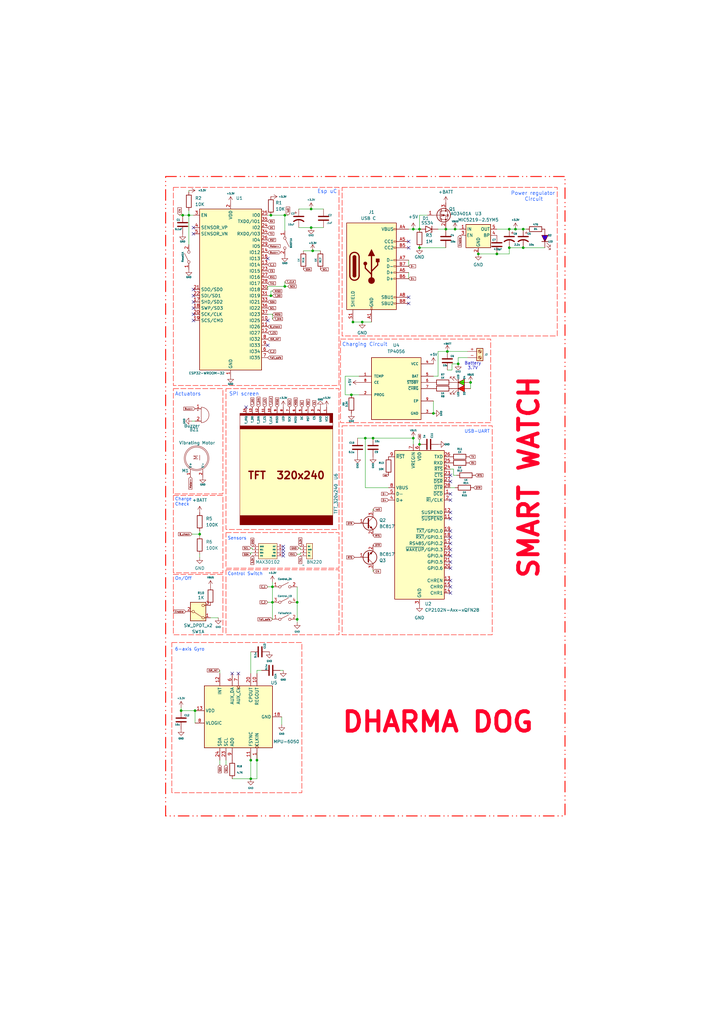
<source format=kicad_sch>
(kicad_sch (version 20230121) (generator eeschema)
  (paper "A3" portrait)
  (junction (at 105.41 311.785))
  (junction (at 102.87 319.405))
  (junction (at 77.47 88.265))
  (junction (at 196.215 104.14))
  (junction (at 211.455 93.98))
  (junction (at 172.085 101.6))
  (junction (at 208.915 93.98))
  (junction (at 111.76 247.015))
  (junction (at 182.88 93.98))
  (junction (at 111.125 88.265))
  (junction (at 172.085 93.98))
  (junction (at 183.515 144.145))
  (junction (at 144.145 161.925))
  (junction (at 186.69 93.98))
  (junction (at 127.635 85.725))
  (junction (at 74.295 291.465))
  (junction (at 172.085 182.245))
  (junction (at 144.78 132.08))
  (junction (at 81.915 219.075))
  (junction (at 169.545 93.98))
  (junction (at 127.635 93.345))
  (junction (at 203.835 104.14))
  (junction (at 74.93 88.265))
  (junction (at 149.86 179.705))
  (junction (at 214.63 101.6))
  (junction (at 148.59 132.08))
  (junction (at 187.96 149.225))
  (junction (at 116.84 88.265))
  (junction (at 177.8 169.545))
  (junction (at 214.63 93.98))
  (junction (at 80.01 291.465))
  (junction (at 128.27 102.87))
  (junction (at 153.035 179.705))
  (junction (at 116.84 117.475))
  (junction (at 121.92 254))
  (junction (at 102.87 311.785))
  (junction (at 111.76 240.665))
  (junction (at 208.915 101.6))
  (junction (at 111.125 121.285))
  (junction (at 169.545 179.705))
  (junction (at 193.04 156.845))
  (junction (at 121.92 247.015))
  (no_connect (at 167.64 121.92))
  (no_connect (at 184.785 227.965))
  (no_connect (at 167.64 101.6))
  (no_connect (at 184.785 194.945))
  (no_connect (at 109.855 106.045))
  (no_connect (at 184.785 202.565))
  (no_connect (at 184.785 217.805))
  (no_connect (at 184.785 210.185))
  (no_connect (at 184.785 243.205))
  (no_connect (at 116.205 225.425))
  (no_connect (at 184.785 238.125))
  (no_connect (at 116.205 224.155))
  (no_connect (at 79.375 128.905))
  (no_connect (at 184.785 220.345))
  (no_connect (at 109.855 141.605))
  (no_connect (at 95.25 276.225))
  (no_connect (at 79.375 131.445))
  (no_connect (at 184.785 225.425))
  (no_connect (at 184.785 205.105))
  (no_connect (at 116.205 226.695))
  (no_connect (at 116.205 227.965))
  (no_connect (at 167.64 99.06))
  (no_connect (at 79.375 93.345))
  (no_connect (at 79.375 123.825))
  (no_connect (at 184.785 233.045))
  (no_connect (at 97.79 276.225))
  (no_connect (at 79.375 121.285))
  (no_connect (at 167.64 124.46))
  (no_connect (at 109.855 131.445))
  (no_connect (at 79.375 126.365))
  (no_connect (at 79.375 118.745))
  (no_connect (at 184.785 240.665))
  (no_connect (at 184.785 222.885))
  (no_connect (at 184.785 230.505))
  (no_connect (at 100.965 167.005))
  (no_connect (at 79.375 95.885))
  (no_connect (at 184.785 197.485))
  (no_connect (at 184.785 212.725))
  (wire (pts (xy 109.855 247.015) (xy 111.76 247.015)))
  (wire (pts (xy 78.74 219.075) (xy 81.915 219.075)))
  (wire (pts (xy 116.84 115.57) (xy 116.84 117.475)))
  (wire (pts (xy 153.035 234.315) (xy 153.035 233.68)))
  (wire (pts (xy 111.125 88.265) (xy 116.84 88.265)))
  (wire (pts (xy 105.41 311.785) (xy 105.41 319.405)))
  (wire (pts (xy 167.64 93.98) (xy 169.545 93.98)))
  (wire (pts (xy 105.41 274.955) (xy 107.315 274.955)))
  (wire (pts (xy 183.515 144.145) (xy 191.77 144.145)))
  (wire (pts (xy 172.085 180.34) (xy 172.085 182.245)))
  (wire (pts (xy 191.77 146.685) (xy 187.96 146.685)))
  (wire (pts (xy 105.41 276.225) (xy 105.41 274.955)))
  (wire (pts (xy 214.63 93.98) (xy 215.9 93.98)))
  (wire (pts (xy 105.41 308.61) (xy 105.41 311.785)))
  (wire (pts (xy 109.855 88.265) (xy 111.125 88.265)))
  (wire (pts (xy 121.92 240.665) (xy 121.92 247.015)))
  (wire (pts (xy 123.19 224.79) (xy 123.19 225.425)))
  (wire (pts (xy 141.605 154.305) (xy 141.605 161.925)))
  (wire (pts (xy 208.915 104.14) (xy 208.915 101.6)))
  (wire (pts (xy 73.66 88.265) (xy 74.93 88.265)))
  (wire (pts (xy 172.085 93.98) (xy 172.085 88.265)))
  (wire (pts (xy 111.125 119.38) (xy 111.125 121.285)))
  (wire (pts (xy 179.705 93.98) (xy 182.88 93.98)))
  (wire (pts (xy 186.055 192.405) (xy 186.055 194.945)))
  (wire (pts (xy 103.505 226.695) (xy 102.87 226.695)))
  (wire (pts (xy 148.59 132.08) (xy 152.4 132.08)))
  (wire (pts (xy 187.96 146.685) (xy 187.96 149.225)))
  (wire (pts (xy 172.085 101.6) (xy 182.88 101.6)))
  (wire (pts (xy 80.01 291.465) (xy 74.295 291.465)))
  (wire (pts (xy 90.17 311.785) (xy 90.17 313.69)))
  (wire (pts (xy 141.605 161.925) (xy 144.145 161.925)))
  (wire (pts (xy 127.635 93.345) (xy 132.715 93.345)))
  (wire (pts (xy 77.47 86.36) (xy 77.47 88.265)))
  (wire (pts (xy 124.46 102.87) (xy 128.27 102.87)))
  (wire (pts (xy 103.505 224.79) (xy 103.505 225.425)))
  (wire (pts (xy 95.25 319.405) (xy 102.87 319.405)))
  (wire (pts (xy 214.63 101.6) (xy 223.52 101.6)))
  (wire (pts (xy 109.855 117.475) (xy 116.84 117.475)))
  (wire (pts (xy 77.47 78.105) (xy 77.47 78.74)))
  (wire (pts (xy 184.785 192.405) (xy 186.055 192.405)))
  (wire (pts (xy 182.88 93.98) (xy 182.88 93.345)))
  (wire (pts (xy 184.785 200.025) (xy 186.69 200.025)))
  (wire (pts (xy 81.915 219.71) (xy 81.915 219.075)))
  (wire (pts (xy 144.78 131.445) (xy 144.78 132.08)))
  (wire (pts (xy 122.555 85.725) (xy 127.635 85.725)))
  (wire (pts (xy 196.215 104.14) (xy 203.835 104.14)))
  (wire (pts (xy 80.01 291.465) (xy 80.01 296.545)))
  (wire (pts (xy 167.64 106.68) (xy 167.64 109.22)))
  (wire (pts (xy 111.76 119.38) (xy 111.125 119.38)))
  (wire (pts (xy 102.87 308.61) (xy 102.87 311.785)))
  (wire (pts (xy 147.32 154.305) (xy 141.605 154.305)))
  (wire (pts (xy 211.455 93.98) (xy 214.63 93.98)))
  (wire (pts (xy 193.04 156.845) (xy 193.04 159.385)))
  (wire (pts (xy 86.36 253.365) (xy 89.535 253.365)))
  (wire (pts (xy 128.27 102.87) (xy 131.445 102.87)))
  (wire (pts (xy 186.055 194.945) (xy 187.325 194.945)))
  (wire (pts (xy 146.685 179.705) (xy 149.86 179.705)))
  (wire (pts (xy 169.545 93.98) (xy 172.085 93.98)))
  (wire (pts (xy 74.295 290.195) (xy 74.295 291.465)))
  (wire (pts (xy 127.635 85.725) (xy 132.715 85.725)))
  (wire (pts (xy 177.8 164.465) (xy 177.8 169.545)))
  (wire (pts (xy 208.915 93.98) (xy 211.455 93.98)))
  (wire (pts (xy 77.47 88.265) (xy 77.47 100.33)))
  (wire (pts (xy 153.035 179.705) (xy 169.545 179.705)))
  (wire (pts (xy 109.855 128.905) (xy 111.76 128.905)))
  (wire (pts (xy 92.71 311.785) (xy 92.71 313.69)))
  (wire (pts (xy 144.145 161.925) (xy 147.32 161.925)))
  (wire (pts (xy 102.87 311.785) (xy 102.87 319.405)))
  (wire (pts (xy 116.84 88.265) (xy 116.84 94.615)))
  (wire (pts (xy 186.69 93.98) (xy 182.88 93.98)))
  (wire (pts (xy 111.125 121.285) (xy 109.855 121.285)))
  (wire (pts (xy 74.93 88.265) (xy 77.47 88.265)))
  (wire (pts (xy 114.935 274.955) (xy 116.205 274.955)))
  (wire (pts (xy 208.915 101.6) (xy 214.63 101.6)))
  (wire (pts (xy 177.8 154.305) (xy 179.705 154.305)))
  (wire (pts (xy 122.555 224.79) (xy 123.19 224.79)))
  (wire (pts (xy 149.86 200.025) (xy 159.385 200.025)))
  (wire (pts (xy 121.92 247.015) (xy 121.92 254)))
  (wire (pts (xy 116.84 117.475) (xy 118.11 117.475)))
  (wire (pts (xy 122.555 93.345) (xy 127.635 93.345)))
  (wire (pts (xy 111.76 247.015) (xy 111.76 254)))
  (wire (pts (xy 116.84 88.265) (xy 118.11 88.265)))
  (wire (pts (xy 203.835 93.98) (xy 208.915 93.98)))
  (wire (pts (xy 121.92 254) (xy 121.92 255.27)))
  (wire (pts (xy 111.125 121.285) (xy 111.76 121.285)))
  (wire (pts (xy 149.86 179.705) (xy 149.86 200.025)))
  (wire (pts (xy 111.76 240.665) (xy 111.76 247.015)))
  (wire (pts (xy 81.915 227.33) (xy 81.915 228.6)))
  (wire (pts (xy 121.92 227.33) (xy 123.19 227.33)))
  (wire (pts (xy 90.17 274.955) (xy 90.17 276.225)))
  (wire (pts (xy 183.515 151.765) (xy 185.42 151.765)))
  (wire (pts (xy 179.705 144.145) (xy 183.515 144.145)))
  (wire (pts (xy 179.705 154.305) (xy 179.705 144.145)))
  (wire (pts (xy 172.085 88.265) (xy 175.26 88.265)))
  (wire (pts (xy 102.87 267.335) (xy 102.87 276.225)))
  (wire (pts (xy 115.57 294.005) (xy 115.57 297.18)))
  (wire (pts (xy 144.78 132.08) (xy 148.59 132.08)))
  (wire (pts (xy 102.87 224.79) (xy 103.505 224.79)))
  (wire (pts (xy 203.835 104.14) (xy 208.915 104.14)))
  (wire (pts (xy 185.42 151.765) (xy 185.42 149.225)))
  (wire (pts (xy 78.74 172.72) (xy 80.01 172.72)))
  (wire (pts (xy 149.86 179.705) (xy 153.035 179.705)))
  (wire (pts (xy 111.76 128.905) (xy 111.76 130.81)))
  (wire (pts (xy 185.42 149.225) (xy 187.96 149.225)))
  (wire (pts (xy 169.545 179.705) (xy 169.545 182.245)))
  (wire (pts (xy 77.47 88.265) (xy 79.375 88.265)))
  (wire (pts (xy 188.595 93.98) (xy 186.69 93.98)))
  (wire (pts (xy 102.87 226.695) (xy 102.87 227.33)))
  (wire (pts (xy 153.035 208.915) (xy 153.035 209.55)))
  (wire (pts (xy 81.915 219.075) (xy 81.915 217.805)))
  (wire (pts (xy 105.41 319.405) (xy 102.87 319.405)))
  (wire (pts (xy 111.76 238.76) (xy 111.76 240.665)))
  (wire (pts (xy 109.855 240.665) (xy 111.76 240.665)))
  (wire (pts (xy 109.855 118.745) (xy 109.855 117.475)))
  (wire (pts (xy 123.19 227.33) (xy 123.19 226.695)))
  (wire (pts (xy 167.64 111.76) (xy 167.64 114.3)))
  (rectangle (start 71.12 235.585) (end 91.44 260.35) (stroke (width 0.2) (type dash) (color 255 25 16 1)))
  (rectangle (start 92.71 233.68) (end 139.065 260.35) (stroke (width 0.2) (type dash) (color 255 25 16 1)))
  (rectangle (start 140.335 174.625) (end 201.93 260.35) (stroke (width 0.2) (type dash) (color 255 25 16 1)))
  (rectangle (start 71.12 76.835) (end 139.065 158.115) (stroke (width 0.2) (type dash) (color 255 25 16 1)))
  (rectangle (start 140.335 76.835) (end 228.6 137.795) (stroke (width 0.2) (type dash) (color 255 25 16 1)))
  (rectangle (start 92.71 159.385) (end 139.065 217.17) (stroke (width 0.2) (type dash) (color 255 25 16 1)))
  (rectangle (start 67.945 72.39) (end 231.775 334.645) (stroke (width 0.4) (type dash_dot_dot) (color 255 25 16 1)))
  (rectangle (start 139.7 139.065) (end 201.295 173.355) (stroke (width 0.2) (type dash) (color 255 25 16 1)))
  (rectangle (start 92.71 218.44) (end 139.065 233.045) (stroke (width 0.2) (type dash) (color 255 25 16 1)))
  (rectangle (start 70.485 263.525) (end 123.825 325.12) (stroke (width 0.2) (type dash) (color 255 25 16 1)))
  (rectangle (start 71.12 203.2) (end 91.44 234.95) (stroke (width 0.2) (type dash) (color 255 25 16 1)))
  (rectangle (start 71.12 159.385) (end 91.44 202.565) (stroke (width 0.2) (type dash) (color 255 25 16 1)))
  (text "Charging Circuit\n" (at 140.335 142.24 0) (effects (font (size 1.5 1.5)) (justify left bottom)))
  (text "USB-UART\n" (at 190.5 177.8 0) (effects (font (size 1.3 1.3)) (justify left bottom)))
  (text "SPI screen\n" (at 93.98 162.56 0) (effects (font (size 1.5 1.5)) (justify left bottom)))
  (text "SMART WATCH \n" (at 221.615 238.125 90) (effects (font (size 8 8) (thickness 1.6) bold) (justify left bottom)))
  (text "6-axis Gyro\n\n" (at 71.755 269.24 0) (effects (font (size 1.3 1.3)) (justify left bottom)))
  (text "Esp uC\n\n" (at 130.175 81.915 0) (effects (font (size 1.5 1.5)) (justify left bottom)))
  (text "Charge\nCheck\n" (at 71.755 207.645 0) (effects (font (size 1.3 1.3)) (justify left bottom)))
  (text "Actuators\n" (at 71.755 162.56 0) (effects (font (size 1.5 1.5)) (justify left bottom)))
  (text "Power regulator\n  	Circuit\n\n" (at 209.55 85.09 0) (effects (font (size 1.5 1.5)) (justify left bottom)))
  (text "Battery\n" (at 190.5 149.86 0) (effects (font (size 1.27 1.27)) (justify left bottom)))
  (text "3.7V\n" (at 191.77 151.765 0) (effects (font (size 1.27 1.27)) (justify left bottom)))
  (text "DHARMA DOG" (at 139.7 300.99 0) (effects (font (size 8 8) (thickness 1.6) bold) (justify left bottom)))
  (text "Control Switch\n" (at 93.345 236.22 0) (effects (font (size 1.3 1.3)) (justify left bottom)))
  (text "Sensors\n" (at 93.345 221.615 0) (effects (font (size 1.3 1.3)) (justify left bottom)))
  (text "On/Off\n" (at 71.755 238.125 0) (effects (font (size 1.3 1.3)) (justify left bottom)))
  (global_label "Io0" (shape input) (at 153.035 208.915 0) (effects (font (size 0.8 0.8))) (property "Intersheetrefs" "${INTERSHEET_REFS}" (effects hide)))
  (global_label "SDA" (shape input) (at 109.855 123.825 0) (effects (font (size 0.7 0.7))) (property "Intersheetrefs" "${INTERSHEET_REFS}" (effects hide)))
  (global_label "RX" (shape input) (at 109.855 90.805 0) (effects (font (size 0.7 0.7))) (property "Intersheetrefs" "${INTERSHEET_REFS}" (effects hide)))
  (global_label "EN" (shape input) (at 73.66 88.265 90) (effects (font (size 0.8 0.8))) (property "Intersheetrefs" "${INTERSHEET_REFS}" (effects hide)))
  (global_label "D+" (shape input) (at 167.64 114.3 0) (effects (font (size 0.7 0.7))) (property "Intersheetrefs" "${INTERSHEET_REFS}" (effects hide)))
  (global_label "MISO" (shape input) (at 111.76 119.38 0) (effects (font (size 0.7 0.7))) (property "Intersheetrefs" "${INTERSHEET_REFS}" (effects hide)))
  (global_label "MOSI" (shape input) (at 111.76 128.905 0) (effects (font (size 0.7 0.7))) (property "Intersheetrefs" "${INTERSHEET_REFS}" (effects hide)))
  (global_label "GND" (shape input) (at 103.505 224.155 90) (effects (font (size 0.7 0.7))) (property "Intersheetrefs" "${INTERSHEET_REFS}" (effects hide)))
  (global_label "RX1" (shape input) (at 109.855 113.665 0) (effects (font (size 0.7 0.7))) (property "Intersheetrefs" "${INTERSHEET_REFS}" (effects hide)))
  (global_label "EN" (shape input) (at 153.035 234.315 0) (effects (font (size 0.8 0.8))) (property "Intersheetrefs" "${INTERSHEET_REFS}" (effects hide)))
  (global_label "vdd" (shape input) (at 159.385 194.945 180) (effects (font (size 0.5 0.5))) (property "Intersheetrefs" "${INTERSHEET_REFS}" (effects hide)))
  (global_label "SDA" (shape input) (at 124.46 110.49 0) (effects (font (size 0.7 0.7))) (property "Intersheetrefs" "${INTERSHEET_REFS}" (effects hide)))
  (global_label "SCK" (shape input) (at 118.11 117.475 0) (effects (font (size 0.7 0.7))) (property "Intersheetrefs" "${INTERSHEET_REFS}" (effects hide)))
  (global_label "MOSI" (shape input) (at 121.285 167.005 90) (effects (font (size 0.7 0.7))) (property "Intersheetrefs" "${INTERSHEET_REFS}" (effects hide)))
  (global_label "GND" (shape input) (at 122.555 224.79 180) (effects (font (size 0.7 0.7))) (property "Intersheetrefs" "${INTERSHEET_REFS}" (effects hide)))
  (global_label "Fail_safe" (shape input) (at 111.76 254 180) (effects (font (size 0.7 0.7))) (property "Intersheetrefs" "${INTERSHEET_REFS}" (effects hide)))
  (global_label "T_DIN" (shape input) (at 106.045 167.005 90) (effects (font (size 0.7 0.7))) (property "Intersheetrefs" "${INTERSHEET_REFS}" (effects hide)))
  (global_label "DTR" (shape input) (at 194.31 200.025 0) (effects (font (size 0.7 0.7))) (property "Intersheetrefs" "${INTERSHEET_REFS}" (effects hide)))
  (global_label "RTS" (shape input) (at 145.415 228.6 180) (effects (font (size 0.7 0.7))) (property "Intersheetrefs" "${INTERSHEET_REFS}" (effects hide)))
  (global_label "RST" (shape input) (at 109.855 98.425 0) (effects (font (size 0.7 0.7))) (property "Intersheetrefs" "${INTERSHEET_REFS}" (effects hide)))
  (global_label "T_CLK" (shape input) (at 116.84 115.57 0) (effects (font (size 0.7 0.7))) (property "Intersheetrefs" "${INTERSHEET_REFS}" (effects hide)))
  (global_label "SDA" (shape input) (at 102.87 227.33 180) (effects (font (size 0.7 0.7))) (property "Intersheetrefs" "${INTERSHEET_REFS}" (effects hide)))
  (global_label "D-" (shape input) (at 159.385 202.565 180) (effects (font (size 0.7 0.7))) (property "Intersheetrefs" "${INTERSHEET_REFS}" (effects hide)))
  (global_label "RX" (shape input) (at 192.405 189.865 0) (effects (font (size 0.7 0.7))) (property "Intersheetrefs" "${INTERSHEET_REFS}" (effects hide)))
  (global_label "B_check" (shape input) (at 109.855 133.985 0) (effects (font (size 0.7 0.7))) (property "Intersheetrefs" "${INTERSHEET_REFS}" (effects hide)))
  (global_label "C_1" (shape input) (at 109.855 108.585 0) (effects (font (size 0.7 0.7))) (property "Intersheetrefs" "${INTERSHEET_REFS}" (effects hide)))
  (global_label "TX1" (shape input) (at 123.19 227.965 270) (effects (font (size 0.7 0.7))) (property "Intersheetrefs" "${INTERSHEET_REFS}" (effects hide)))
  (global_label "ISR_INT" (shape input) (at 90.17 274.955 180) (effects (font (size 0.7 0.7))) (property "Intersheetrefs" "${INTERSHEET_REFS}" (effects hide)))
  (global_label "RTS" (shape input) (at 153.035 219.71 0) (effects (font (size 0.7 0.7))) (property "Intersheetrefs" "${INTERSHEET_REFS}" (effects hide)))
  (global_label "T_DO" (shape input) (at 103.505 167.005 90) (effects (font (size 0.7 0.7))) (property "Intersheetrefs" "${INTERSHEET_REFS}" (effects hide)))
  (global_label "3.3V" (shape input) (at 103.505 227.965 270) (effects (font (size 0.7 0.7))) (property "Intersheetrefs" "${INTERSHEET_REFS}" (effects hide)))
  (global_label "RST" (shape input) (at 126.365 167.005 90) (effects (font (size 0.7 0.7))) (property "Intersheetrefs" "${INTERSHEET_REFS}" (effects hide)))
  (global_label "Io0" (shape input) (at 118.11 88.265 90) (effects (font (size 0.8 0.8))) (property "Intersheetrefs" "${INTERSHEET_REFS}" (effects hide)))
  (global_label "SCL" (shape input) (at 102.87 224.79 180) (effects (font (size 0.7 0.7))) (property "Intersheetrefs" "${INTERSHEET_REFS}" (effects hide)))
  (global_label "D-" (shape input) (at 167.64 109.22 0) (effects (font (size 0.7 0.7))) (property "Intersheetrefs" "${INTERSHEET_REFS}" (effects hide)))
  (global_label "T_DIN" (shape input) (at 111.76 130.81 0) (effects (font (size 0.7 0.7))) (property "Intersheetrefs" "${INTERSHEET_REFS}" (effects hide)))
  (global_label "CS" (shape input) (at 128.905 167.005 90) (effects (font (size 0.7 0.7))) (property "Intersheetrefs" "${INTERSHEET_REFS}" (effects hide)))
  (global_label "Buzz+" (shape input) (at 109.855 103.505 0) (effects (font (size 0.7 0.7))) (property "Intersheetrefs" "${INTERSHEET_REFS}" (effects hide)))
  (global_label "ISR_INT" (shape input) (at 109.855 139.065 0) (effects (font (size 0.7 0.7))) (property "Intersheetrefs" "${INTERSHEET_REFS}" (effects hide)))
  (global_label "C_2" (shape input) (at 109.855 144.145 0) (effects (font (size 0.7 0.7))) (property "Intersheetrefs" "${INTERSHEET_REFS}" (effects hide)))
  (global_label "RX1" (shape input) (at 121.92 227.33 180) (effects (font (size 0.7 0.7))) (property "Intersheetrefs" "${INTERSHEET_REFS}" (effects hide)))
  (global_label "T_CS" (shape input) (at 109.855 136.525 0) (effects (font (size 0.7 0.7))) (property "Intersheetrefs" "${INTERSHEET_REFS}" (effects hide)))
  (global_label "DTR" (shape input) (at 145.415 214.63 180) (effects (font (size 0.7 0.7))) (property "Intersheetrefs" "${INTERSHEET_REFS}" (effects hide)))
  (global_label "T_DO" (shape input) (at 111.76 121.285 0) (effects (font (size 0.7 0.7))) (property "Intersheetrefs" "${INTERSHEET_REFS}" (effects hide)))
  (global_label "TX" (shape input) (at 109.855 95.885 0) (effects (font (size 0.7 0.7))) (property "Intersheetrefs" "${INTERSHEET_REFS}" (effects hide)))
  (global_label "Motor+" (shape input) (at 78.105 195.58 270) (effects (font (size 0.7 0.7))) (property "Intersheetrefs" "${INTERSHEET_REFS}" (effects hide)))
  (global_label "3.3V" (shape input) (at 123.19 224.155 90) (effects (font (size 0.7 0.7))) (property "Intersheetrefs" "${INTERSHEET_REFS}" (effects hide)))
  (global_label "D+" (shape input) (at 159.385 205.105 180) (effects (font (size 0.7 0.7))) (property "Intersheetrefs" "${INTERSHEET_REFS}" (effects hide)))
  (global_label "SDA" (shape input) (at 90.17 313.69 270) (effects (font (size 0.7 0.7))) (property "Intersheetrefs" "${INTERSHEET_REFS}" (effects hide)))
  (global_label "C_1" (shape input) (at 109.855 240.665 180) (effects (font (size 0.7 0.7))) (property "Intersheetrefs" "${INTERSHEET_REFS}" (effects hide)))
  (global_label "SCL" (shape input) (at 131.445 110.49 0) (effects (font (size 0.7 0.7))) (property "Intersheetrefs" "${INTERSHEET_REFS}" (effects hide)))
  (global_label "SCL" (shape input) (at 109.855 126.365 0) (effects (font (size 0.7 0.7))) (property "Intersheetrefs" "${INTERSHEET_REFS}" (effects hide)))
  (global_label "TX1" (shape input) (at 109.855 116.205 0) (effects (font (size 0.7 0.7))) (property "Intersheetrefs" "${INTERSHEET_REFS}" (effects hide)))
  (global_label "RTS" (shape input) (at 194.945 194.945 0) (effects (font (size 0.7 0.7))) (property "Intersheetrefs" "${INTERSHEET_REFS}" (effects hide)))
  (global_label "B_check" (shape input) (at 78.74 219.075 180) (effects (font (size 0.7 0.7))) (property "Intersheetrefs" "${INTERSHEET_REFS}" (effects hide)))
  (global_label "MISO" (shape input) (at 113.665 167.005 90) (effects (font (size 0.7 0.7))) (property "Intersheetrefs" "${INTERSHEET_REFS}" (effects hide)))
  (global_label "Fail_safe" (shape input) (at 109.855 146.685 0) (effects (font (size 0.7 0.7))) (property "Intersheetrefs" "${INTERSHEET_REFS}" (effects hide)))
  (global_label "Enable" (shape input) (at 188.595 96.52 270) (effects (font (size 0.7 0.7))) (property "Intersheetrefs" "${INTERSHEET_REFS}" (effects hide)))
  (global_label "T_CLK" (shape input) (at 111.125 167.005 90) (effects (font (size 0.7 0.7))) (property "Intersheetrefs" "${INTERSHEET_REFS}" (effects hide)))
  (global_label "DC" (shape input) (at 109.855 93.345 0) (effects (font (size 0.7 0.7))) (property "Intersheetrefs" "${INTERSHEET_REFS}" (effects hide)))
  (global_label "TX" (shape input) (at 192.405 187.325 0) (effects (font (size 0.7 0.7))) (property "Intersheetrefs" "${INTERSHEET_REFS}" (effects hide)))
  (global_label "SCL" (shape input) (at 92.71 313.69 270) (effects (font (size 0.7 0.7))) (property "Intersheetrefs" "${INTERSHEET_REFS}" (effects hide)))
  (global_label "Enable" (shape input) (at 76.2 250.825 180) (effects (font (size 0.7 0.7))) (property "Intersheetrefs" "${INTERSHEET_REFS}" (effects hide)))
  (global_label "SCK" (shape input) (at 118.745 167.005 90) (effects (font (size 0.7 0.7))) (property "Intersheetrefs" "${INTERSHEET_REFS}" (effects hide)))
  (global_label "CS" (shape input) (at 109.855 111.125 0) (effects (font (size 0.7 0.7))) (property "Intersheetrefs" "${INTERSHEET_REFS}" (effects hide)))
  (global_label "T_CS" (shape input) (at 108.585 167.005 90) (effects (font (size 0.7 0.7))) (property "Intersheetrefs" "${INTERSHEET_REFS}" (effects hide)))
  (global_label "DTR" (shape input) (at 153.035 223.52 0) (effects (font (size 0.7 0.7))) (property "Intersheetrefs" "${INTERSHEET_REFS}" (effects hide)))
  (global_label "C_2" (shape input) (at 109.855 247.015 180) (effects (font (size 0.7 0.7))) (property "Intersheetrefs" "${INTERSHEET_REFS}" (effects hide)))
  (global_label "Motor+" (shape input) (at 109.855 100.965 0) (effects (font (size 0.7 0.7))) (property "Intersheetrefs" "${INTERSHEET_REFS}" (effects hide)))
  (global_label "Buzz+" (shape input) (at 80.01 167.64 180) (effects (font (size 0.7 0.7))) (property "Intersheetrefs" "${INTERSHEET_REFS}" (effects hide)))
  (global_label "vdd" (shape input) (at 172.085 180.34 90) (effects (font (size 0.5 0.5))) (property "Intersheetrefs" "${INTERSHEET_REFS}" (effects hide)))
  (global_label "DC" (shape input) (at 123.825 167.005 90) (effects (font (size 0.7 0.7))) (property "Intersheetrefs" "${INTERSHEET_REFS}" (effects hide)))
  (symbol (lib_id "Sensor_Proximity:GPS_BN220") (at 124.46 231.775 0) (unit 1)
    (property "Reference" "BN220" (at 125.73 230.505 0) (effects (justify left)))
    (property "Value" "~" (at 124.46 231.775 0))
  )
  (symbol (lib_id "power:GND") (at 116.84 104.775 0) (unit 1)
    (property "Reference" "#PWR037" (effects hide))
    (property "Value" "GND" (at 116.84 107.95 0) (effects (font (size 0.7 0.7))))
  )
  (symbol (lib_id "power:+3.3V") (at 111.125 80.645 270) (unit 1)
    (property "Reference" "#PWR09" (effects hide))
    (property "Value" "+3.3V" (at 114.3 80.645 90) (effects (font (size 0.7 0.7)) (justify left)))
  )
  (symbol (lib_id "power:GND") (at 74.93 95.885 0) (unit 1)
    (property "Reference" "#PWR015" (effects hide))
    (property "Value" "GND" (at 74.93 99.06 0) (effects (font (size 0.7 0.7))))
  )
  (symbol (lib_id "Interface_USB:CP2102N-Axx-xQFN28") (at 172.085 215.265 0) (unit 1)
    (property "Reference" "U2" (at 174.2791 247.65 0) (effects (justify left)))
    (property "Value" "CP2102N-Axx-xQFN28" (at 174.2791 250.19 0) (effects (justify left)))
    (property "Footprint" "Package_DFN_QFN:QFN-28-1EP_5x5mm_P0.5mm_EP3.35x3.35mm" (effects hide))
    (property "Datasheet" "https://www.silabs.com/documents/public/data-sheets/cp2102n-datasheet.pdf" (effects hide))
  )
  (symbol (lib_id "Device:R") (at 95.25 315.595 0) (unit 1)
    (property "Reference" "R18" (at 97.155 314.325 0) (effects (font (size 0.7 0.7)) (justify left)))
    (property "Value" "4.7K" (at 97.155 316.865 0) (effects (font (size 0.7 0.7)) (justify left)))
  )
  (symbol (lib_id "power:GND") (at 127.635 93.345 0) (unit 1)
    (property "Reference" "#PWR014" (effects hide))
    (property "Value" "GND" (at 127.635 96.52 0) (effects (font (size 0.7 0.7))))
  )
  (symbol (lib_id "C0720B001F:C0720B001F") (at 80.645 187.96 90) (unit 1)
    (property "Reference" "M1" (at 77.47 193.04 90) (effects (justify left)))
    (property "Value" "Vibrating Motor" (at 88.265 181.61 90) (effects (justify left)))
    (property "Footprint" "C0720B001F:XDCR_C0720B001F" (effects hide))
    (property "MF" "Jinlong Machinery" (effects hide))
    (property "Description" "s\n- DC Motor Vibration, ERM 10000 RPM - - 3VDC\n" (effects hide))
    (property "Package" "None" (effects hide))
    (property "Price" "None" (effects hide))
    (property "SnapEDA_Link" "e" (effects hide))
    (property "MP" "C0720B001F" (effects hide))
    (property "Availability" "w" (effects hide))
    (property "Check_prices" "e" (effects hide))
  )
  (symbol (lib_id "power:+3.3V") (at 74.295 290.195 0) (unit 1)
    (property "Reference" "#PWR041" (effects hide))
    (property "Value" "+3.3V" (at 74.295 286.385 0) (effects (font (size 0.7 0.7))))
  )
  (symbol (lib_id "power:GND") (at 115.57 297.18 0) (unit 1)
    (property "Reference" "#PWR022" (effects hide))
    (property "Value" "GND" (at 115.57 300.99 0) (effects (font (size 0.7 0.7))))
  )
  (symbol (lib_id "Diode:SMAJ17A") (at 175.895 93.98 180) (unit 1)
    (property "Reference" "D1" (at 174.625 89.535 0))
    (property "Value" "SS34" (at 175.26 91.44 0))
    (property "Footprint" "Diode_SMD:D_SMA" (effects hide))
    (property "Datasheet" "https://www.littelfuse.com/media?resourcetype=datasheets&itemid=75e32973-b177-4ee3-a0ff-cedaf1abdb93&filename=smaj-datasheet" (effects hide))
  )
  (symbol (lib_id "power:+3.3V") (at 77.47 78.105 270) (unit 1)
    (property "Reference" "#PWR08" (effects hide))
    (property "Value" "+3.3V" (at 81.28 78.105 90) (effects (font (size 0.7 0.7)) (justify left)))
  )
  (symbol (lib_id "Device:C") (at 74.93 92.075 180) (unit 1)
    (property "Reference" "C1" (at 72.39 90.17 0) (effects (font (size 0.7 0.7)) (justify right)))
    (property "Value" "0.1uF" (at 71.755 93.98 0) (effects (font (size 0.7 0.7)) (justify right)))
  )
  (symbol (lib_id "Device:R") (at 219.71 93.98 90) (unit 1)
    (property "Reference" "R4" (at 219.71 93.98 90) (effects (font (size 0.7 0.7))))
    (property "Value" "470" (at 219.71 92.075 90) (effects (font (size 0.7 0.7))))
  )
  (symbol (lib_id "power:GND") (at 77.47 110.49 0) (unit 1)
    (property "Reference" "#PWR036" (effects hide))
    (property "Value" "GND" (at 77.47 113.665 0) (effects (font (size 0.7 0.7))))
  )
  (symbol (lib_id "Device:R") (at 172.085 97.79 0) (unit 1)
    (property "Reference" "R3" (at 174.625 96.52 0) (effects (justify left)))
    (property "Value" "1M" (at 174.625 99.06 0) (effects (justify left)))
  )
  (symbol (lib_id "power:+3.3V") (at 116.205 167.005 0) (unit 1)
    (property "Reference" "#PWR012" (effects hide))
    (property "Value" "+3.3V" (at 116.205 163.195 0) (effects (font (size 0.7 0.7))))
  )
  (symbol (lib_id "Device:R") (at 190.5 200.025 90) (mirror x) (unit 1)
    (property "Reference" "R15" (at 190.5 203.2 90) (effects (font (size 0.7 0.7))))
    (property "Value" "1K" (at 190.5 201.93 90) (effects (font (size 0.7 0.7))))
  )
  (symbol (lib_id "Device:C") (at 132.715 89.535 0) (unit 1)
    (property "Reference" "C2" (at 134.62 88.265 0) (effects (font (size 0.7 0.7)) (justify left)))
    (property "Value" ".1uF" (at 133.985 91.44 0) (effects (font (size 0.7 0.7)) (justify left)))
  )
  (symbol (lib_id "Device:R") (at 124.46 106.68 180) (unit 1)
    (property "Reference" "R16" (at 124.46 106.68 90) (effects (font (size 0.7 0.7))))
    (property "Value" "1K" (at 122.555 106.68 90) (effects (font (size 0.7 0.7))))
  )
  (symbol (lib_id "Device:R") (at 188.595 187.325 90) (unit 1)
    (property "Reference" "R11" (at 188.595 184.15 90) (effects (font (size 0.7 0.7))))
    (property "Value" "1K" (at 188.595 185.42 90) (effects (font (size 0.7 0.7))))
  )
  (symbol (lib_id "Device:Buzzer") (at 82.55 170.18 0) (unit 1)
    (property "Reference" "BZ1" (at 81.5975 176.2125 0) (effects (justify right)))
    (property "Value" "Buzzer" (at 82.0351 174.625 0) (effects (justify right)))
  )
  (symbol (lib_id "Transistor_BJT:BC817") (at 150.495 228.6 0) (mirror x) (unit 1)
    (property "Reference" "Q3" (at 155.575 229.87 0) (effects (justify left)))
    (property "Value" "BC817" (at 155.575 227.33 0) (effects (justify left)))
    (property "Footprint" "Package_TO_SOT_SMD:SOT-23" (effects hide))
    (property "Datasheet" "https://www.onsemi.com/pub/Collateral/BC818-D.pdf" (effects hide))
  )
  (symbol (lib_id "Switch:SW_DPST_x2") (at 116.84 247.015 0) (unit 2)
    (property "Reference" "Control_1" (at 116.84 244.475 0) (effects (font (size 0.7 0.7))))
    (property "Value" "SW_DPST_x2" (effects hide))
  )
  (symbol (lib_id "power:+3.3V") (at 111.76 238.76 0) (unit 1)
    (property "Reference" "#PWR030" (effects hide))
    (property "Value" "+3.3V" (at 111.76 234.95 0) (effects (font (size 0.7 0.7))))
  )
  (symbol (lib_id "power:+5V") (at 169.545 93.98 0) (unit 1)
    (property "Reference" "#PWR02" (effects hide))
    (property "Value" "+5V" (at 169.545 88.9 0))
  )
  (symbol (lib_id "Device:C") (at 182.88 97.79 0) (unit 1)
    (property "Reference" "C4" (at 184.785 96.52 0) (effects (font (size 0.7 0.7)) (justify left)))
    (property "Value" "10u" (at 184.785 99.06 0) (effects (font (size 0.7 0.7)) (justify left)))
  )
  (symbol (lib_id "Device:R") (at 159.385 191.135 0) (mirror y) (unit 1)
    (property "Reference" "R13" (at 157.48 189.865 0) (effects (font (size 0.7 0.7)) (justify left)))
    (property "Value" "10K" (at 157.48 192.405 0) (effects (font (size 0.7 0.7)) (justify left)))
  )
  (symbol (lib_id "Device:C") (at 111.125 274.955 270) (unit 1)
    (property "Reference" "C14" (at 113.03 276.225 0) (effects (font (size 0.7 0.7)) (justify left)))
    (property "Value" "0.1u" (at 109.22 272.415 0) (effects (font (size 0.7 0.7)) (justify left)))
  )
  (symbol (lib_id "Connector:Screw_Terminal_01x02") (at 196.85 144.145 0) (unit 1)
    (property "Reference" "J2" (at 198.755 145.415 0) (effects (font (size 0.7 0.7)) (justify left)))
    (property "Value" "Screw_Terminal_01x02" (effects hide))
  )
  (symbol (lib_id "Switch:SW_DPST_x2") (at 77.47 105.41 90) (unit 1)
    (property "Reference" "Reset1" (at 74.93 105.41 0) (effects (font (size 0.7 0.7))))
    (property "Value" "SW_DPST_x2" (effects hide))
  )
  (symbol (lib_id "power:GND") (at 81.915 228.6 0) (unit 1)
    (property "Reference" "#PWR019" (effects hide))
    (property "Value" "GND" (at 81.915 233.045 0))
  )
  (symbol (lib_id "power:GND") (at 177.8 169.545 90) (unit 1)
    (property "Reference" "#PWR025" (effects hide))
    (property "Value" "GND" (at 180.975 169.545 0) (effects (font (size 0.7 0.7))))
  )
  (symbol (lib_id "Device:R") (at 144.145 165.735 0) (unit 1)
    (property "Reference" "R9" (at 140.97 165.735 90) (effects (font (size 0.7 0.7))))
    (property "Value" "3.3K" (at 142.24 165.735 90) (effects (font (size 0.7 0.7))))
  )
  (symbol (lib_id "power:GND") (at 172.085 248.285 0) (unit 1)
    (property "Reference" "#PWR038" (effects hide))
    (property "Value" "GND" (at 172.085 253.365 0))
  )
  (symbol (lib_id "Device:R") (at 111.125 84.455 0) (unit 1)
    (property "Reference" "R1" (at 113.03 83.185 0) (effects (justify left)))
    (property "Value" "10K" (at 113.03 85.725 0) (effects (justify left)))
  )
  (symbol (lib_id "Sensor_Optical:Pulse_oxi-meter") (at 109.855 233.045 0) (unit 1)
    (property "Reference" "MAX30102" (at 109.855 230.505 0))
    (property "Value" "~" (at 109.855 233.045 0))
  )
  (symbol (lib_id "power:GND") (at 94.615 154.305 0) (unit 1)
    (property "Reference" "#PWR013" (effects hide))
    (property "Value" "GND" (at 94.615 157.48 0) (effects (font (size 0.7 0.7))))
  )
  (symbol (lib_id "Device:C") (at 74.295 295.275 0) (unit 1)
    (property "Reference" "C12" (at 75.565 293.37 0) (effects (font (size 0.7 0.7)) (justify left)))
    (property "Value" "10u" (at 71.755 297.18 0) (effects (font (size 0.7 0.7)) (justify left)))
  )
  (symbol (lib_id "power:+3.3V") (at 94.615 83.185 0) (unit 1)
    (property "Reference" "#PWR05" (effects hide))
    (property "Value" "+3.3V" (at 94.615 79.375 0) (effects (font (size 0.7 0.7))))
  )
  (symbol (lib_id "Device:R") (at 188.595 189.865 90) (mirror x) (unit 1)
    (property "Reference" "R12" (at 188.595 193.04 90) (effects (font (size 0.7 0.7))))
    (property "Value" "1K" (at 188.595 191.77 90) (effects (font (size 0.7 0.7))))
  )
  (symbol (lib_id "Switch:SW_DPST_x2") (at 116.84 99.695 270) (unit 1)
    (property "Reference" "BOOT1" (at 119.38 99.695 0) (effects (font (size 0.7 0.7))))
    (property "Value" "SW_DPST_x2" (effects hide))
  )
  (symbol (lib_id "power:GND") (at 187.96 149.225 0) (unit 1)
    (property "Reference" "#PWR026" (effects hide))
    (property "Value" "GND" (at 187.96 152.4 0) (effects (font (size 0.7 0.7))))
  )
  (symbol (lib_id "Switch:SW_DPDT_x2") (at 81.28 250.825 0) (mirror x) (unit 1)
    (property "Reference" "SW1" (at 81.28 259.08 0))
    (property "Value" "SW_DPDT_x2" (at 81.28 256.54 0))
  )
  (symbol (lib_id "power:VBUS") (at 186.69 93.98 0) (unit 1)
    (property "Reference" "#PWR07" (effects hide))
    (property "Value" "VBUS" (at 186.69 90.805 0) (effects (font (size 0.7 0.7))))
  )
  (symbol (lib_id "Connector:USB_C_Receptacle_USB2.0_16P") (at 152.4 109.22 0) (unit 1)
    (property "Reference" "J1" (at 152.4 86.995 0))
    (property "Value" "USB C" (at 151.13 89.535 0))
    (property "Datasheet" "https://www.usb.org/sites/default/files/documents/usb_type-c.zip" (effects hide))
  )
  (symbol (lib_id "Device:R") (at 81.915 213.995 0) (unit 1)
    (property "Reference" "R5" (at 84.455 212.725 0) (effects (justify left)))
    (property "Value" "100K" (at 84.455 215.265 0) (effects (justify left)))
  )
  (symbol (lib_id "Transistor_FET:AO3401A") (at 180.34 88.265 0) (unit 1)
    (property "Reference" "Q1" (at 184.15 85.725 0) (effects (justify left)))
    (property "Value" "AO3401A" (at 184.785 87.63 0) (effects (justify left)))
    (property "Footprint" "Package_TO_SOT_SMD:SOT-23" (effects hide))
    (property "Datasheet" "http://www.aosmd.com/pdfs/datasheet/AO3401A.pdf" (effects hide))
  )
  (symbol (lib_id "Switch:SW_DPST_x2") (at 116.84 254 0) (unit 1)
    (property "Reference" "Failsafe1" (at 116.84 251.46 0) (effects (font (size 0.7 0.7))))
    (property "Value" "SW_DPST_x2" (effects hide))
  )
  (symbol (lib_id "TP4056:TP4056") (at 162.56 159.385 0) (unit 1)
    (property "Reference" "U4" (at 162.56 141.605 0))
    (property "Value" "TP4056" (at 162.56 144.145 0))
    (property "Footprint" "TP4056:SOP127P600X175-9N" (effects hide))
    (property "MF" "NanJing Top Power ASIC Corp." (effects hide))
    (property "MAXIMUM_PACKAGE_HEIGHT" "1.75mm" (effects hide))
    (property "Package" "Package" (effects hide))
    (property "Price" "None" (effects hide))
    (property "Check_prices" "https://www.snapeda.com/parts/TP4056/NanJing+Top+Power+ASIC+Corp./view-part/?ref=eda" (effects hide))
    (property "STANDARD" "IPC 7351B" (effects hide))
    (property "SnapEDA_Link" "https://www.snapeda.com/parts/TP4056/NanJing+Top+Power+ASIC+Corp./view-part/?ref=snap" (effects hide))
    (property "MP" "TP4056" (effects hide))
    (property "Description" "\nComplete single cell Li-Ion battery with a constant current / constant voltage linear charger\n" (effects hide))
    (property "Availability" "Not in stock" (effects hide))
    (property "MANUFACTURER" "NanJing Top Power ASIC Corp." (effects hide))
  )
  (symbol (lib_id "Device:C_Polarized_US") (at 122.555 89.535 0) (unit 1)
    (property "Reference" "C3" (at 119.38 87.63 0) (effects (font (size 0.7 0.7)) (justify left)))
    (property "Value" "10uF" (at 118.11 92.075 0) (effects (font (size 0.7 0.7)) (justify left)))
  )
  (symbol (lib_id "power:GND") (at 179.705 182.245 90) (unit 1)
    (property "Reference" "#PWR032" (effects hide))
    (property "Value" "GND" (at 182.245 182.245 90) (effects (font (size 0.7 0.7)) (justify right)))
  )
  (symbol (lib_id "Device:C_Polarized_US") (at 208.915 97.79 0) (mirror y) (unit 1)
    (property "Reference" "C8" (at 212.09 95.885 0) (effects (font (size 0.7 0.7)) (justify left)))
    (property "Value" "2.2u" (at 213.36 100.33 0) (effects (font (size 0.7 0.7)) (justify left)))
  )
  (symbol (lib_id "power:+3.3V") (at 128.27 102.87 0) (unit 1)
    (property "Reference" "#PWR045" (effects hide))
    (property "Value" "+3.3V" (at 128.27 99.695 0) (effects (font (size 0.7 0.7))))
  )
  (symbol (lib_id "power:GND") (at 153.035 187.325 0) (unit 1)
    (property "Reference" "#PWR034" (effects hide))
    (property "Value" "GND" (at 153.035 189.865 90) (effects (font (size 0.7 0.7)) (justify right)))
  )
  (symbol (lib_id "Device:C") (at 153.035 183.515 0) (mirror y) (unit 1)
    (property "Reference" "C9" (at 153.67 185.42 0) (effects (font (size 0.7 0.7)) (justify right)))
    (property "Value" "10u" (at 153.67 180.975 0) (effects (font (size 0.7 0.7)) (justify right)))
  )
  (symbol (lib_name "LED_2") (lib_id "Device:LED") (at 189.23 159.385 0) (unit 1)
    (property "Reference" "D3" (at 190.5 160.655 90) (effects (font (size 0.7 0.7)) (justify right)))
    (property "Value" "LED" (at 187.96 160.655 90) (effects (font (size 0.7 0.7)) (justify right)))
  )
  (symbol (lib_id "power:GND") (at 83.185 195.58 0) (unit 1)
    (property "Reference" "#PWR017" (effects hide))
    (property "Value" "GND" (at 83.185 198.755 0) (effects (font (size 0.7 0.7))))
  )
  (symbol (lib_id "Device:C") (at 146.685 183.515 0) (mirror x) (unit 1)
    (property "Reference" "C10" (at 145.415 181.61 0) (effects (font (size 0.7 0.7)) (justify right)))
    (property "Value" "0.1u" (at 145.415 185.42 0) (effects (font (size 0.7 0.7)) (justify right)))
  )
  (symbol (lib_id "power:GND") (at 116.205 274.955 0) (unit 1)
    (property "Reference" "#PWR046" (effects hide))
    (property "Value" "GND" (at 116.205 278.765 0) (effects (font (size 0.7 0.7))))
  )
  (symbol (lib_id "power:+3.3V") (at 127.635 85.725 0) (unit 1)
    (property "Reference" "#PWR010" (effects hide))
    (property "Value" "+3.3V" (at 127.635 81.915 0) (effects (font (size 0.7 0.7))))
  )
  (symbol (lib_id "Switch:SW_DPST_x2") (at 116.84 240.665 0) (unit 1)
    (property "Reference" "Control_2" (at 116.84 237.49 0) (effects (font (size 0.7 0.7))))
    (property "Value" "SW_DPST_x2" (effects hide))
  )
  (symbol (lib_id "tft_320x240:TFT_320x240") (at 117.475 169.545 180) (unit 1)
    (property "Reference" "U6" (at 137.795 196.85 90) (effects (justify right)))
    (property "Value" "TFT_320x240" (at 137.795 210.82 90) (effects (justify right)))
    (property "Footprint" "z_Devices:TFT-320x240" (effects hide))
  )
  (symbol (lib_id "Device:LED") (at 223.52 97.79 90) (unit 1)
    (property "Reference" "D2" (at 224.79 96.52 90) (effects (font (size 0.7 0.7)) (justify right)))
    (property "Value" "LED" (at 224.79 99.06 90) (effects (font (size 0.7 0.7)) (justify right)))
  )
  (symbol (lib_id "RF_Module:ESP32-WROOM-32") (at 94.615 118.745 0) (unit 1)
    (property "Reference" "U1" (at 96.8091 81.28 0) (effects (justify left)))
    (property "Value" "ESP32-WROOM-32" (at 77.47 153.035 0) (effects (font (size 1 1)) (justify left)))
    (property "Footprint" "RF_Module:ESP32-WROOM-32" (effects hide))
    (property "Datasheet" "https://www.espressif.com/sites/default/files/documentation/esp32-wroom-32_datasheet_en.pdf" (effects hide))
  )
  (symbol (lib_id "power:GND") (at 78.74 172.72 270) (unit 1)
    (property "Reference" "#PWR016" (effects hide))
    (property "Value" "GND" (at 75.565 172.72 0) (effects (font (size 0.7 0.7))))
  )
  (symbol (lib_id "power:GND") (at 144.145 169.545 0) (unit 1)
    (property "Reference" "#PWR024" (effects hide))
    (property "Value" "GND" (at 144.145 172.72 0) (effects (font (size 0.7 0.7))))
  )
  (symbol (lib_id "Device:R") (at 181.61 159.385 270) (mirror x) (unit 1)
    (property "Reference" "R8" (at 181.61 162.56 90) (effects (font (size 0.7 0.7))))
    (property "Value" "1K" (at 181.61 161.29 90) (effects (font (size 0.7 0.7))))
  )
  (symbol (lib_id "Device:R") (at 81.915 223.52 0) (unit 1)
    (property "Reference" "R6" (at 84.455 222.25 0) (effects (justify left)))
    (property "Value" "100K" (at 84.455 224.79 0) (effects (justify left)))
  )
  (symbol (lib_id "power:+BATT") (at 81.915 210.185 0) (unit 1)
    (property "Reference" "#PWR020" (effects hide))
    (property "Value" "+BATT" (at 81.915 205.105 0))
  )
  (symbol (lib_id "power:VBUS") (at 86.36 240.665 0) (mirror y) (unit 1)
    (property "Reference" "#PWR028" (effects hide))
    (property "Value" "VBUS" (at 86.36 236.855 0) (effects (font (size 0.7 0.7))))
  )
  (symbol (lib_id "power:GND") (at 102.87 319.405 0) (unit 1)
    (property "Reference" "#PWR044" (effects hide))
    (property "Value" "GND" (at 102.87 323.215 0) (effects (font (size 0.7 0.7))))
  )
  (symbol (lib_id "Device:C") (at 203.835 100.33 0) (unit 1)
    (property "Reference" "C7" (at 201.93 98.425 0) (effects (font (size 0.7 0.7)) (justify left)))
    (property "Value" "470pF" (at 202.565 102.235 0) (effects (font (size 0.7 0.7)) (justify left)))
  )
  (symbol (lib_id "Regulator_Linear:MIC5219-2.5YM5") (at 196.215 96.52 0) (unit 1)
    (property "Reference" "U3" (at 196.215 87.63 0))
    (property "Value" "MIC5219-2.5YM5" (at 196.215 90.17 0))
    (property "Footprint" "Package_TO_SOT_SMD:SOT-23-5" (effects hide))
    (property "Datasheet" "http://ww1.microchip.com/downloads/en/DeviceDoc/MIC5219-500mA-Peak-Output-LDO-Regulator-DS20006021A.pdf" (effects hide))
  )
  (symbol (lib_id "power:GND") (at 110.49 267.335 0) (unit 1)
    (property "Reference" "#PWR043" (effects hide))
    (property "Value" "GND" (at 110.49 271.145 0) (effects (font (size 0.7 0.7))))
  )
  (symbol (lib_id "power:GND") (at 89.535 253.365 0) (unit 1)
    (property "Reference" "#PWR029" (effects hide))
    (property "Value" "GND" (at 89.535 257.175 0) (effects (font (size 0.7 0.7))))
  )
  (symbol (lib_id "Device:C") (at 106.68 267.335 270) (mirror x) (unit 1)
    (property "Reference" "C13" (at 108.585 266.065 0) (effects (font (size 0.7 0.7)) (justify left)))
    (property "Value" "0.1u" (at 104.775 269.875 0) (effects (font (size 0.7 0.7)) (justify left)))
  )
  (symbol (lib_id "power:GND") (at 148.59 132.08 0) (unit 1)
    (property "Reference" "#PWR04" (effects hide))
    (property "Value" "GND" (at 148.59 136.525 0))
  )
  (symbol (lib_id "power:+5V") (at 177.8 149.225 0) (unit 1)
    (property "Reference" "#PWR040" (effects hide))
    (property "Value" "+5V" (at 177.8 145.415 0) (effects (font (size 1 1))))
  )
  (symbol (lib_id "power:GND") (at 196.215 104.14 0) (unit 1)
    (property "Reference" "#PWR06" (effects hide))
    (property "Value" "GND" (at 196.215 108.585 0))
  )
  (symbol (lib_id "power:+3.3V") (at 133.985 167.005 0) (unit 1)
    (property "Reference" "#PWR011" (effects hide))
    (property "Value" "+3.3V" (at 133.985 163.195 0) (effects (font (size 0.7 0.7))))
  )
  (symbol (lib_id "power:+3.3V") (at 211.455 93.98 0) (unit 1)
    (property "Reference" "#PWR039" (effects hide))
    (property "Value" "+3.3V" (at 211.455 90.17 0) (effects (font (size 0.7 0.7))))
  )
  (symbol (lib_id "power:+BATT") (at 183.515 144.145 0) (unit 1)
    (property "Reference" "#PWR027" (effects hide))
    (property "Value" "+BATT" (at 183.515 140.97 0) (effects (font (size 0.7 0.7))))
  )
  (symbol (lib_id "power:GND") (at 131.445 167.005 180) (unit 1)
    (property "Reference" "#PWR018" (effects hide))
    (property "Value" "GND" (at 131.445 163.83 0) (effects (font (size 0.7 0.7))))
  )
  (symbol (lib_id "power:GND") (at 172.085 101.6 0) (unit 1)
    (property "Reference" "#PWR03" (effects hide))
    (property "Value" "GND" (at 172.085 105.41 0))
  )
  (symbol (lib_id "Device:R") (at 181.61 156.845 270) (unit 1)
    (property "Reference" "R7" (at 181.61 153.67 90) (effects (font (size 0.7 0.7))))
    (property "Value" "1K" (at 181.61 154.94 90) (effects (font (size 0.7 0.7))))
  )
  (symbol (lib_id "Sensor_Motion:MPU-6050") (at 97.79 294.005 90) (unit 1)
    (property "Reference" "U5" (at 112.395 280.035 90))
    (property "Value" "MPU-6050" (at 117.475 304.165 90))
    (property "Footprint" "Sensor_Motion:InvenSense_QFN-24_4x4mm_P0.5mm" (effects hide))
    (property "Datasheet" "https://invensense.tdk.com/wp-content/uploads/2015/02/MPU-6000-Datasheet1.pdf" (effects hide))
  )
  (symbol (lib_id "power:GND") (at 121.92 255.27 0) (unit 1)
    (property "Reference" "#PWR031" (effects hide))
    (property "Value" "GND" (at 121.92 259.08 0) (effects (font (size 0.7 0.7))))
  )
  (symbol (lib_id "Device:R") (at 191.135 194.945 90) (mirror x) (unit 1)
    (property "Reference" "R14" (at 191.135 198.12 90) (effects (font (size 0.7 0.7))))
    (property "Value" "1K" (at 191.135 196.85 90) (effects (font (size 0.7 0.7))))
  )
  (symbol (lib_id "Device:R") (at 77.47 82.55 0) (unit 1)
    (property "Reference" "R2" (at 80.01 81.28 0) (effects (justify left)))
    (property "Value" "10K" (at 80.01 83.82 0) (effects (justify left)))
  )
  (symbol (lib_name "LED_1") (lib_id "Device:LED") (at 189.23 156.845 0) (mirror x) (unit 1)
    (property "Reference" "D4" (at 190.5 155.575 90) (effects (font (size 0.7 0.7)) (justify right)))
    (property "Value" "LED" (at 187.96 155.575 90) (effects (font (size 0.7 0.7)) (justify right)))
  )
  (symbol (lib_id "Device:R") (at 86.36 244.475 0) (mirror x) (unit 1)
    (property "Reference" "R10" (at 83.82 243.2049 0) (effects (font (size 0.9 0.9)) (justify right)))
    (property "Value" "1K" (at 83.82 245.11 0) (effects (justify right)))
  )
  (symbol (lib_id "Device:C") (at 175.895 182.245 90) (mirror x) (unit 1)
    (property "Reference" "C11" (at 177.165 179.705 0) (effects (font (size 0.7 0.7)) (justify right)))
    (property "Value" "1u" (at 173.99 179.705 0) (effects (font (size 0.7 0.7)) (justify right)))
  )
  (symbol (lib_id "Device:C_Polarized_US") (at 214.63 97.79 0) (mirror y) (unit 1)
    (property "Reference" "C5" (at 217.805 95.885 0) (effects (font (size 0.7 0.7)) (justify left)))
    (property "Value" "10u" (at 219.075 100.33 0) (effects (font (size 0.7 0.7)) (justify left)))
  )
  (symbol (lib_id "Device:R") (at 131.445 106.68 180) (unit 1)
    (property "Reference" "R17" (at 131.445 106.68 90) (effects (font (size 0.7 0.7))))
    (property "Value" "1K" (at 129.54 106.68 90) (effects (font (size 0.7 0.7))))
  )
  (symbol (lib_id "power:GND") (at 74.295 299.085 0) (unit 1)
    (property "Reference" "#PWR042" (effects hide))
    (property "Value" "GND" (at 74.295 302.895 0) (effects (font (size 0.7 0.7))))
  )
  (symbol (lib_id "power:GND") (at 146.685 187.325 0) (unit 1)
    (property "Reference" "#PWR033" (effects hide))
    (property "Value" "GND" (at 146.685 189.865 90) (effects (font (size 0.7 0.7)) (justify right)))
  )
  (symbol (lib_id "power:+BATT") (at 182.88 83.185 0) (unit 1)
    (property "Reference" "#PWR01" (effects hide))
    (property "Value" "+BATT" (at 182.88 78.74 0))
  )
  (symbol (lib_id "Device:C") (at 183.515 147.955 0) (unit 1)
    (property "Reference" "C6" (at 184.785 146.05 0) (effects (font (size 0.7 0.7)) (justify left)))
    (property "Value" "10u" (at 181.61 149.86 0) (effects (font (size 0.7 0.7)) (justify left)))
  )
  (symbol (lib_id "power:VBUS") (at 169.545 179.705 0) (unit 1)
    (property "Reference" "#PWR035" (effects hide))
    (property "Value" "VBUS" (at 169.545 176.53 0) (effects (font (size 0.7 0.7))))
  )
  (symbol (lib_id "power:VBUS") (at 193.04 156.845 0) (unit 1)
    (property "Reference" "#PWR023" (effects hide))
    (property "Value" "VBUS" (at 193.04 153.67 0) (effects (font (size 0.7 0.7))))
  )
  (symbol (lib_id "Transistor_BJT:BC817") (at 150.495 214.63 0) (unit 1)
    (property "Reference" "Q2" (at 155.575 213.36 0) (effects (justify left)))
    (property "Value" "BC817" (at 155.575 215.9 0) (effects (justify left)))
    (property "Footprint" "Package_TO_SOT_SMD:SOT-23" (effects hide))
    (property "Datasheet" "https://www.onsemi.com/pub/Collateral/BC818-D.pdf" (effects hide))
  )
  (symbol (lib_id "power:+5V") (at 147.32 156.845 90) (unit 1)
    (property "Reference" "#PWR021" (effects hide))
    (property "Value" "+5V" (at 143.51 156.845 0) (effects (font (size 1 1))))
  )
)
</source>
